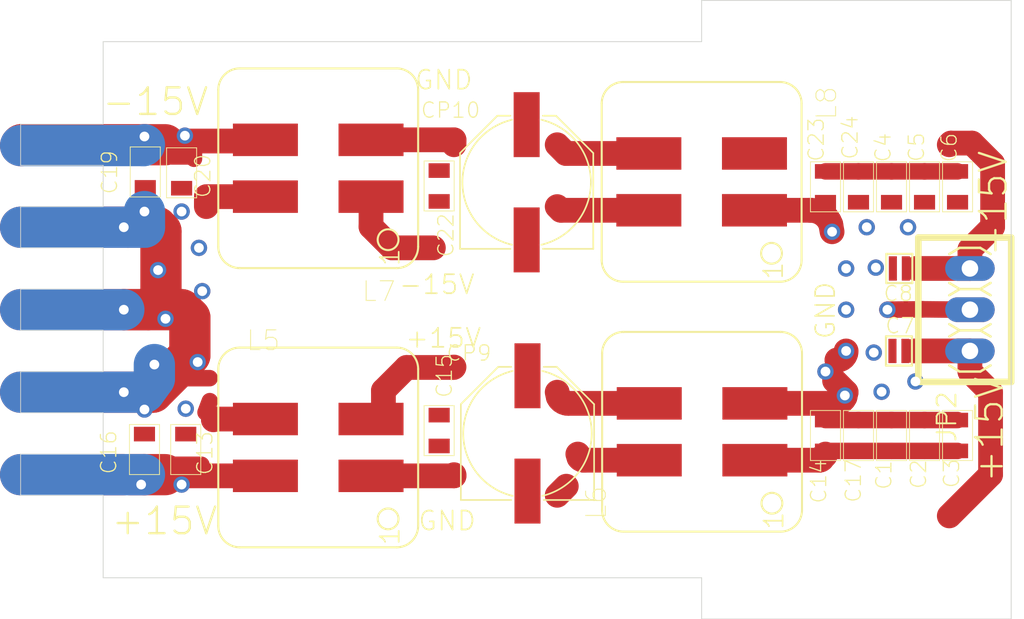
<source format=kicad_pcb>
(kicad_pcb (version 20211014) (generator pcbnew)
  (layers (0 "F.Cu" signal) (31 "B.Cu" signal) (34 "B.Paste" user) (35 "F.Paste" user) (36 "B.SilkS" user "B.Silkscreen") (37 "F.SilkS" user "F.Silkscreen") (38 "B.Mask" user) (39 "F.Mask" user) (44 "Edge.Cuts" user))
  (net 0 "")
  (net 1 "N$6")
  (net 2 "GND2")
  (net 3 "V+2")
  (net 4 "+15V2")
  (net 5 "COM2")
  (net 6 "N$7")
  (net 7 "-15V2")
  (net 8 "N$9")
  (net 9 "N$10")
  (net 10 "N$13")
  (footprint "Dual_filter_common_mode_and_differential:C_MLCC_0805" (layer "F.Cu") (at 175.6791 112.7506 -90)
    (fp_text reference "C3" (at 1.367 0.3684 90) (layer "F.SilkS") (effects (font (size 0.941222 0.941222) (thickness 0.074778)) (justify right)))
    (fp_text value "22uF" hide)
    (fp_line (start -1.54 0.925) (end -1.54 -0.925) (layer "F.SilkS") (width 0.05))
    (fp_line (start 1.54 -0.925) (end 1.54 0.925) (layer "F.SilkS") (width 0.05))
    (fp_line (start -1.54 -0.925) (end 1.54 -0.925) (layer "F.SilkS") (width 0.05))
    (fp_line (start 1.54 0.925) (end -1.54 0.925) (layer "F.SilkS") (width 0.05))
    (pad "P$1" smd rect (at -0.95 0 270) (size 0.9 1.3) (layers "F.Cu" "F.Paste" "F.Mask") (net 2 "GND2"))
    (pad "P$2" smd rect (at 0.95 0 270) (size 0.9 1.3) (layers "F.Cu" "F.Paste" "F.Mask") (net 3 "V+2"))
  )
  (footprint "Dual_filter_common_mode_and_differential:C_MLCC_0306" (layer "F.Cu") (at 172.0723 107.5436)
    (fp_text reference "C7" (at -0.9 -1) (layer "F.SilkS") (effects (font (size 0.93472 0.93472) (thickness 0.08128)) (justify left bottom)))
    (fp_text value "22nF" hide)
    (fp_line (start -0.8 0.9) (end 0.8 0.9) (layer "F.SilkS") (width 0.127))
    (fp_line (start 0.8 0.9) (end 0.8 -0.9) (layer "F.SilkS") (width 0.127))
    (fp_line (start -0.8 -0.9) (end -0.8 0.9) (layer "F.SilkS") (width 0.127))
    (fp_line (start 0.8 -0.9) (end -0.8 -0.9) (layer "F.SilkS") (width 0.127))
    (pad "P$1" smd rect (at -0.4 0) (size 0.5 1.5) (layers "F.Cu" "F.Paste" "F.Mask") (net 2 "GND2"))
    (pad "P$2" smd rect (at 0.4 0) (size 0.5 1.5) (layers "F.Cu" "F.Paste" "F.Mask") (net 3 "V+2"))
  )
  (footprint "Dual_filter_common_mode_and_differential:C_MLCC_0805" (layer "F.Cu") (at 128.1811 113.6142 -90)
    (fp_text reference "C13" (at -1.1936 -1.1778 90) (layer "F.SilkS") (effects (font (size 0.941222 0.941222) (thickness 0.074778)) (justify right)))
    (fp_text value "1uF" hide)
    (fp_line (start 1.54 -0.925) (end 1.54 0.925) (layer "F.SilkS") (width 0.05))
    (fp_line (start -1.54 -0.925) (end 1.54 -0.925) (layer "F.SilkS") (width 0.05))
    (fp_line (start -1.54 0.925) (end -1.54 -0.925) (layer "F.SilkS") (width 0.05))
    (fp_line (start 1.54 0.925) (end -1.54 0.925) (layer "F.SilkS") (width 0.05))
    (pad "P$1" smd rect (at -0.95 0 270) (size 0.9 1.3) (layers "F.Cu" "F.Paste" "F.Mask") (net 5 "COM2"))
    (pad "P$2" smd rect (at 0.95 0 270) (size 0.9 1.3) (layers "F.Cu" "F.Paste" "F.Mask") (net 4 "+15V2"))
  )
  (footprint "Dual_filter_common_mode_and_differential:PANASONIC_F" (layer "F.Cu") (at 149.1615 97.155 90)
    (fp_text reference "CP10" (at 4.4404 -2.7966) (layer "F.SilkS") (effects (font (size 0.941222 0.941222) (thickness 0.074778)) (justify right)))
    (fp_text value "")
    (fp_line (start -4.1 -4.1) (end 1.8 -4.1) (layer "F.SilkS") (width 0.1016))
    (fp_line (start 4.1 1) (end 4.1 1.8) (layer "F.SilkS") (width 0.1016))
    (fp_line (start 1.8 4.1) (end -4.1 4.1) (layer "F.SilkS") (width 0.1016))
    (fp_line (start 4.1 1.8) (end 1.8 4.1) (layer "F.SilkS") (width 0.1016))
    (fp_line (start 4.1 -1.8) (end 4.1 -1) (layer "F.SilkS") (width 0.1016))
    (fp_line (start 1.8 -4.1) (end 4.1 -1.8) (layer "F.SilkS") (width 0.1016))
    (fp_line (start -4.1 -1) (end -4.1 -4.1) (layer "F.SilkS") (width 0.1016))
    (fp_line (start -4.1 4.1) (end -4.1 1) (layer "F.SilkS") (width 0.1016))
    (fp_arc (start -3.85 -0.9) (mid 0 -3.953796) (end 3.85 -0.9) (layer "F.SilkS") (width 0.1016))
    (fp_arc (start 3.85 0.9) (mid 0 3.953796) (end -3.85 0.9) (layer "F.SilkS") (width 0.1016))
    (pad "+" smd rect (at 3.55 0 90) (size 4 1.6) (layers "F.Cu" "F.Paste" "F.Mask") (net 8 "N$9"))
    (pad "-" smd rect (at -3.55 0 90) (size 4 1.6) (layers "F.Cu" "F.Paste" "F.Mask") (net 9 "N$10"))
  )
  (footprint "Dual_filter_common_mode_and_differential:C_MLCC_0306" (layer "F.Cu") (at 172.0977 102.4636 180)
    (fp_text reference "C8" (at -0.9 -1 180) (layer "F.SilkS") (effects (font (size 0.93472 0.93472) (thickness 0.08128)) (justify right top)))
    (fp_text value "22nF" hide)
    (fp_line (start 0.8 -0.9) (end -0.8 -0.9) (layer "F.SilkS") (width 0.127))
    (fp_line (start 0.8 0.9) (end 0.8 -0.9) (layer "F.SilkS") (width 0.127))
    (fp_line (start -0.8 -0.9) (end -0.8 0.9) (layer "F.SilkS") (width 0.127))
    (fp_line (start -0.8 0.9) (end 0.8 0.9) (layer "F.SilkS") (width 0.127))
    (pad "P$1" smd rect (at -0.4 0 180) (size 0.5 1.5) (layers "F.Cu" "F.Paste" "F.Mask") (net 10 "N$13"))
    (pad "P$2" smd rect (at 0.4 0 180) (size 0.5 1.5) (layers "F.Cu" "F.Paste" "F.Mask") (net 2 "GND2"))
  )
  (footprint "Dual_filter_common_mode_and_differential:COILCRAFT_TRANSFORMER_MSD1260" (layer "F.Cu") (at 136.3345 113.4872 -90)
    (fp_text reference "L5" (at -6.5888 4.4886) (layer "F.SilkS") (effects (font (size 1.21112 1.21112) (thickness 0.05888)) (justify left)))
    (fp_text value "1mH" hide)
    (fp_text user "1" (at 6.1 -5.1 -90) (layer "F.SilkS") (effects (font (size 1.1684 1.1684) (thickness 0.1016)) (justify left bottom)))
    (fp_line (start 4.829015 6.15) (end -4.829015 6.15) (layer "F.SilkS") (width 0.127))
    (fp_line (start -6.15 4.829015) (end -6.15 -4.829015) (layer "F.SilkS") (width 0.127))
    (fp_line (start -4.829015 -6.15) (end 4.829015 -6.15) (layer "F.SilkS") (width 0.127))
    (fp_line (start 6.15 -4.829015) (end 6.15 4.829015) (layer "F.SilkS") (width 0.127))
    (fp_arc (start 4.829015 -6.15) (mid 5.763093 -5.763091) (end 6.15 -4.829013) (layer "F.SilkS") (width 0.127))
    (fp_arc (start -6.15 -4.829015) (mid -5.763091 -5.763093) (end -4.829013 -6.15) (layer "F.SilkS") (width 0.127))
    (fp_arc (start -4.829015 6.15) (mid -5.763093 5.763091) (end -6.15 4.829013) (layer "F.SilkS") (width 0.127))
    (fp_arc (start 6.15 4.829015) (mid 5.763091 5.763093) (end 4.829013 6.15) (layer "F.SilkS") (width 0.127))
    (fp_circle (center 4.4 -4.3) (end 5.040309 -4.3) (layer "F.SilkS") (width 0.127) (fill none))
    (pad "P$1" smd rect (at 1.75 -3.25) (size 4 2) (layers "F.Cu" "F.Paste" "F.Mask") (net 6 "N$7"))
    (pad "P$2" smd rect (at -1.75 -3.25) (size 4 2) (layers "F.Cu" "F.Paste" "F.Mask") (net 1 "N$6"))
    (pad "P$3" smd rect (at -1.75 3.25) (size 4 2) (layers "F.Cu" "F.Paste" "F.Mask") (net 5 "COM2"))
    (pad "P$4" smd rect (at 1.75 3.25) (size 4 2) (layers "F.Cu" "F.Paste" "F.Mask") (net 4 "+15V2"))
  )
  (footprint "Dual_filter_common_mode_and_differential:C_MLCC_0805" (layer "F.Cu") (at 173.6471 97.4344 -90)
    (fp_text reference "C5" (at -3.4082 0.4954 90) (layer "F.SilkS") (effects (font (size 0.941222 0.941222) (thickness 0.074778)) (justify right)))
    (fp_text value "22uF" hide)
    (fp_line (start 1.54 -0.925) (end 1.54 0.925) (layer "F.SilkS") (width 0.05))
    (fp_line (start -1.54 -0.925) (end 1.54 -0.925) (layer "F.SilkS") (width 0.05))
    (fp_line (start 1.54 0.925) (end -1.54 0.925) (layer "F.SilkS") (width 0.05))
    (fp_line (start -1.54 0.925) (end -1.54 -0.925) (layer "F.SilkS") (width 0.05))
    (pad "P$1" smd rect (at -0.95 0 270) (size 0.9 1.3) (layers "F.Cu" "F.Paste" "F.Mask") (net 10 "N$13"))
    (pad "P$2" smd rect (at 0.95 0 270) (size 0.9 1.3) (layers "F.Cu" "F.Paste" "F.Mask") (net 2 "GND2"))
  )
  (footprint "Dual_filter_common_mode_and_differential:COILCRAFT_TRANSFORMER_MSD1260" (layer "F.Cu") (at 159.9311 97.1296 -90)
    (fp_text reference "L8" (at -3.741 -7.686 90) (layer "F.SilkS") (effects (font (size 1.21112 1.21112) (thickness 0.05888)) (justify left)))
    (fp_text value "1mH" hide)
    (fp_text user "1" (at 6.1 -5.1 -90) (layer "F.SilkS") (effects (font (size 1.1684 1.1684) (thickness 0.1016)) (justify left bottom)))
    (fp_line (start -6.15 4.829015) (end -6.15 -4.829015) (layer "F.SilkS") (width 0.127))
    (fp_line (start 6.15 -4.829015) (end 6.15 4.829015) (layer "F.SilkS") (width 0.127))
    (fp_line (start 4.829015 6.15) (end -4.829015 6.15) (layer "F.SilkS") (width 0.127))
    (fp_line (start -4.829015 -6.15) (end 4.829015 -6.15) (layer "F.SilkS") (width 0.127))
    (fp_arc (start 4.829015 -6.15) (mid 5.763093 -5.763091) (end 6.15 -4.829013) (layer "F.SilkS") (width 0.127))
    (fp_arc (start -4.829015 6.15) (mid -5.763093 5.763091) (end -6.15 4.829013) (layer "F.SilkS") (width 0.127))
    (fp_arc (start 6.15 4.829015) (mid 5.763091 5.763093) (end 4.829013 6.15) (layer "F.SilkS") (width 0.127))
    (fp_arc (start -6.15 -4.829015) (mid -5.763091 -5.763093) (end -4.829013 -6.15) (layer "F.SilkS") (width 0.127))
    (fp_circle (center 4.4 -4.3) (end 5.040309 -4.3) (layer "F.SilkS") (width 0.127) (fill none))
    (pad "P$1" smd rect (at 1.75 -3.25) (size 4 2) (layers "F.Cu" "F.Paste" "F.Mask") (net 2 "GND2"))
    (pad "P$2" smd rect (at -1.75 -3.25) (size 4 2) (layers "F.Cu" "F.Paste" "F.Mask") (net 10 "N$13"))
    (pad "P$3" smd rect (at -1.75 3.25) (size 4 2) (layers "F.Cu" "F.Paste" "F.Mask") (net 8 "N$9"))
    (pad "P$4" smd rect (at 1.75 3.25) (size 4 2) (layers "F.Cu" "F.Paste" "F.Mask") (net 9 "N$10"))
  )
  (footprint "Dual_filter_common_mode_and_differential:C_MLCC_0805" (layer "F.Cu") (at 169.5831 112.7506 -90)
    (fp_text reference "C17" (at 1.367 0.3176 90) (layer "F.SilkS") (effects (font (size 0.941222 0.941222) (thickness 0.074778)) (justify right)))
    (fp_text value "22uF" hide)
    (fp_line (start 1.54 0.925) (end -1.54 0.925) (layer "F.SilkS") (width 0.05))
    (fp_line (start 1.54 -0.925) (end 1.54 0.925) (layer "F.SilkS") (width 0.05))
    (fp_line (start -1.54 -0.925) (end 1.54 -0.925) (layer "F.SilkS") (width 0.05))
    (fp_line (start -1.54 0.925) (end -1.54 -0.925) (layer "F.SilkS") (width 0.05))
    (pad "P$1" smd rect (at -0.95 0 270) (size 0.9 1.3) (layers "F.Cu" "F.Paste" "F.Mask") (net 2 "GND2"))
    (pad "P$2" smd rect (at 0.95 0 270) (size 0.9 1.3) (layers "F.Cu" "F.Paste" "F.Mask") (net 3 "V+2"))
  )
  (footprint "Dual_filter_common_mode_and_differential:COILCRAFT_TRANSFORMER_MSD1260" (layer "F.Cu") (at 136.3345 96.2914 -90)
    (fp_text reference "L7" (at 7.5844 -2.6234) (layer "F.SilkS") (effects (font (size 1.21112 1.21112) (thickness 0.05888)) (justify left)))
    (fp_text value "1mH" hide)
    (fp_text user "1" (at 6.1 -5.1 -90) (layer "F.SilkS") (effects (font (size 1.1684 1.1684) (thickness 0.1016)) (justify left bottom)))
    (fp_line (start -6.15 4.829015) (end -6.15 -4.829015) (layer "F.SilkS") (width 0.127))
    (fp_line (start -4.829015 -6.15) (end 4.829015 -6.15) (layer "F.SilkS") (width 0.127))
    (fp_line (start 6.15 -4.829015) (end 6.15 4.829015) (layer "F.SilkS") (width 0.127))
    (fp_line (start 4.829015 6.15) (end -4.829015 6.15) (layer "F.SilkS") (width 0.127))
    (fp_arc (start 6.15 4.829015) (mid 5.763091 5.763093) (end 4.829013 6.15) (layer "F.SilkS") (width 0.127))
    (fp_arc (start -6.15 -4.829015) (mid -5.763091 -5.763093) (end -4.829013 -6.15) (layer "F.SilkS") (width 0.127))
    (fp_arc (start -4.829015 6.15) (mid -5.763093 5.763091) (end -6.15 4.829013) (layer "F.SilkS") (width 0.127))
    (fp_arc (start 4.829015 -6.15) (mid 5.763093 -5.763091) (end 6.15 -4.829013) (layer "F.SilkS") (width 0.127))
    (fp_circle (center 4.4 -4.3) (end 5.040309 -4.3) (layer "F.SilkS") (width 0.127) (fill none))
    (pad "P$1" smd rect (at 1.75 -3.25) (size 4 2) (layers "F.Cu" "F.Paste" "F.Mask") (net 9 "N$10"))
    (pad "P$2" smd rect (at -1.75 -3.25) (size 4 2) (layers "F.Cu" "F.Paste" "F.Mask") (net 8 "N$9"))
    (pad "P$3" smd rect (at -1.75 3.25) (size 4 2) (layers "F.Cu" "F.Paste" "F.Mask") (net 7 "-15V2"))
    (pad "P$4" smd rect (at 1.75 3.25) (size 4 2) (layers "F.Cu" "F.Paste" "F.Mask") (net 5 "COM2"))
  )
  (footprint "Dual_filter_common_mode_and_differential:C_MLCC_0805" (layer "F.Cu") (at 167.5511 97.4344 -90)
    (fp_text reference "C23" (at -4.3226 0.5716 90) (layer "F.SilkS") (effects (font (size 0.941222 0.941222) (thickness 0.074778)) (justify right)))
    (fp_text value "1uF" hide)
    (fp_line (start -1.54 -0.925) (end 1.54 -0.925) (layer "F.SilkS") (width 0.05))
    (fp_line (start 1.54 0.925) (end -1.54 0.925) (layer "F.SilkS") (width 0.05))
    (fp_line (start 1.54 -0.925) (end 1.54 0.925) (layer "F.SilkS") (width 0.05))
    (fp_line (start -1.54 0.925) (end -1.54 -0.925) (layer "F.SilkS") (width 0.05))
    (pad "P$1" smd rect (at -0.95 0 270) (size 0.9 1.3) (layers "F.Cu" "F.Paste" "F.Mask") (net 10 "N$13"))
    (pad "P$2" smd rect (at 0.95 0 270) (size 0.9 1.3) (layers "F.Cu" "F.Paste" "F.Mask") (net 2 "GND2"))
  )
  (footprint "Dual_filter_common_mode_and_differential:C_MLCC_0805" (layer "F.Cu") (at 167.5511 112.7506 -90)
    (fp_text reference "C14" (at 1.4178 0.4192 90) (layer "F.SilkS") (effects (font (size 0.941222 0.941222) (thickness 0.074778)) (justify right)))
    (fp_text value "1uF" hide)
    (fp_line (start 1.54 0.925) (end -1.54 0.925) (layer "F.SilkS") (width 0.05))
    (fp_line (start -1.54 0.925) (end -1.54 -0.925) (layer "F.SilkS") (width 0.05))
    (fp_line (start -1.54 -0.925) (end 1.54 -0.925) (layer "F.SilkS") (width 0.05))
    (fp_line (start 1.54 -0.925) (end 1.54 0.925) (layer "F.SilkS") (width 0.05))
    (pad "P$1" smd rect (at -0.95 0 270) (size 0.9 1.3) (layers "F.Cu" "F.Paste" "F.Mask") (net 2 "GND2"))
    (pad "P$2" smd rect (at 0.95 0 270) (size 0.9 1.3) (layers "F.Cu" "F.Paste" "F.Mask") (net 3 "V+2"))
  )
  (footprint "Dual_filter_common_mode_and_differential:C_MLCC_0805" (layer "F.Cu") (at 127.9271 96.5708 -90)
    (fp_text reference "C20" (at -1.219 -1.3048 90) (layer "F.SilkS") (effects (font (size 0.941222 0.941222) (thickness 0.074778)) (justify right)))
    (fp_text value "1uF" hide)
    (fp_line (start -1.54 0.925) (end -1.54 -0.925) (layer "F.SilkS") (width 0.05))
    (fp_line (start 1.54 -0.925) (end 1.54 0.925) (layer "F.SilkS") (width 0.05))
    (fp_line (start -1.54 -0.925) (end 1.54 -0.925) (layer "F.SilkS") (width 0.05))
    (fp_line (start 1.54 0.925) (end -1.54 0.925) (layer "F.SilkS") (width 0.05))
    (pad "P$1" smd rect (at -0.95 0 270) (size 0.9 1.3) (layers "F.Cu" "F.Paste" "F.Mask") (net 7 "-15V2"))
    (pad "P$2" smd rect (at 0.95 0 270) (size 0.9 1.3) (layers "F.Cu" "F.Paste" "F.Mask") (net 5 "COM2"))
  )
  (footprint "Dual_filter_common_mode_and_differential:COILCRAFT_TRANSFORMER_MSD1260" (layer "F.Cu") (at 159.9565 112.522 -90)
    (fp_text reference "L6" (at 5.4792 6.5126 90) (layer "F.SilkS") (effects (font (size 1.21112 1.21112) (thickness 0.05888)) (justify left)))
    (fp_text value "1mH" hide)
    (fp_text user "1" (at 6.1 -5.1 -90) (layer "F.SilkS") (effects (font (size 1.1684 1.1684) (thickness 0.1016)) (justify left bottom)))
    (fp_line (start 4.829015 6.15) (end -4.829015 6.15) (layer "F.SilkS") (width 0.127))
    (fp_line (start -4.829015 -6.15) (end 4.829015 -6.15) (layer "F.SilkS") (width 0.127))
    (fp_line (start -6.15 4.829015) (end -6.15 -4.829015) (layer "F.SilkS") (width 0.127))
    (fp_line (start 6.15 -4.829015) (end 6.15 4.829015) (layer "F.SilkS") (width 0.127))
    (fp_arc (start 6.15 4.829015) (mid 5.763091 5.763093) (end 4.829013 6.15) (layer "F.SilkS") (width 0.127))
    (fp_arc (start 4.829015 -6.15) (mid 5.763093 -5.763091) (end 6.15 -4.829013) (layer "F.SilkS") (width 0.127))
    (fp_arc (start -4.829015 6.15) (mid -5.763093 5.763091) (end -6.15 4.829013) (layer "F.SilkS") (width 0.127))
    (fp_arc (start -6.15 -4.829015) (mid -5.763091 -5.763093) (end -4.829013 -6.15) (layer "F.SilkS") (width 0.127))
    (fp_circle (center 4.4 -4.3) (end 5.040309 -4.3) (layer "F.SilkS") (width 0.127) (fill none))
    (pad "P$1" smd rect (at 1.75 -3.25) (size 4 2) (layers "F.Cu" "F.Paste" "F.Mask") (net 3 "V+2"))
    (pad "P$2" smd rect (at -1.75 -3.25) (size 4 2) (layers "F.Cu" "F.Paste" "F.Mask") (net 2 "GND2"))
    (pad "P$3" smd rect (at -1.75 3.25) (size 4 2) (layers "F.Cu" "F.Paste" "F.Mask") (net 1 "N$6"))
    (pad "P$4" smd rect (at 1.75 3.25) (size 4 2) (layers "F.Cu" "F.Paste" "F.Mask") (net 6 "N$7"))
  )
  (footprint "Dual_filter_common_mode_and_differential:PANASONIC_F" (layer "F.Cu") (at 149.2123 112.6236 90)
    (fp_text reference "CP9" (at 4.9484 -2.1616) (layer "F.SilkS") (effects (font (size 0.941222 0.941222) (thickness 0.074778)) (justify right)))
    (fp_text value "")
    (fp_line (start 4.1 1.8) (end 1.8 4.1) (layer "F.SilkS") (width 0.1016))
    (fp_line (start -4.1 -1) (end -4.1 -4.1) (layer "F.SilkS") (width 0.1016))
    (fp_line (start -4.1 4.1) (end -4.1 1) (layer "F.SilkS") (width 0.1016))
    (fp_line (start -4.1 -4.1) (end 1.8 -4.1) (layer "F.SilkS") (width 0.1016))
    (fp_line (start 4.1 1) (end 4.1 1.8) (layer "F.SilkS") (width 0.1016))
    (fp_line (start 4.1 -1.8) (end 4.1 -1) (layer "F.SilkS") (width 0.1016))
    (fp_line (start 1.8 -4.1) (end 4.1 -1.8) (layer "F.SilkS") (width 0.1016))
    (fp_line (start 1.8 4.1) (end -4.1 4.1) (layer "F.SilkS") (width 0.1016))
    (fp_arc (start 3.85 0.9) (mid 0 3.953796) (end -3.85 0.9) (layer "F.SilkS") (width 0.1016))
    (fp_arc (start -3.85 -0.9) (mid 0 -3.953796) (end 3.85 -0.9) (layer "F.SilkS") (width 0.1016))
    (pad "+" smd rect (at 3.55 0 90) (size 4 1.6) (layers "F.Cu" "F.Paste" "F.Mask") (net 1 "N$6"))
    (pad "-" smd rect (at -3.55 0 90) (size 4 1.6) (layers "F.Cu" "F.Paste" "F.Mask") (net 6 "N$7"))
  )
  (footprint "Dual_filter_common_mode_and_differential:C_MLCC_0805" (layer "F.Cu") (at 175.6791 97.4344 -90)
    (fp_text reference "C6" (at -3.3828 0.5208 90) (layer "F.SilkS") (effects (font (size 0.941222 0.941222) (thickness 0.074778)) (justify right)))
    (fp_text value "22uF" hide)
    (fp_line (start 1.54 -0.925) (end 1.54 0.925) (layer "F.SilkS") (width 0.05))
    (fp_line (start -1.54 0.925) (end -1.54 -0.925) (layer "F.SilkS") (width 0.05))
    (fp_line (start -1.54 -0.925) (end 1.54 -0.925) (layer "F.SilkS") (width 0.05))
    (fp_line (start 1.54 0.925) (end -1.54 0.925) (layer "F.SilkS") (width 0.05))
    (pad "P$1" smd rect (at -0.95 0 270) (size 0.9 1.3) (layers "F.Cu" "F.Paste" "F.Mask") (net 10 "N$13"))
    (pad "P$2" smd rect (at 0.95 0 270) (size 0.9 1.3) (layers "F.Cu" "F.Paste" "F.Mask") (net 2 "GND2"))
  )
  (footprint "Dual_filter_common_mode_and_differential:C_MLCC_0805" (layer "F.Cu") (at 125.6411 113.6142 -90)
    (fp_text reference "C16" (at -1.2444 2.2004 90) (layer "F.SilkS") (effects (font (size 0.941222 0.941222) (thickness 0.074778)) (justify right)))
    (fp_text value "22uF" hide)
    (fp_line (start 1.54 -0.925) (end 1.54 0.925) (layer "F.SilkS") (width 0.05))
    (fp_line (start -1.54 -0.925) (end 1.54 -0.925) (layer "F.SilkS") (width 0.05))
    (fp_line (start -1.54 0.925) (end -1.54 -0.925) (layer "F.SilkS") (width 0.05))
    (fp_line (start 1.54 0.925) (end -1.54 0.925) (layer "F.SilkS") (width 0.05))
    (pad "P$1" smd rect (at -0.95 0 270) (size 0.9 1.3) (layers "F.Cu" "F.Paste" "F.Mask") (net 5 "COM2"))
    (pad "P$2" smd rect (at 0.95 0 270) (size 0.9 1.3) (layers "F.Cu" "F.Paste" "F.Mask") (net 4 "+15V2"))
  )
  (footprint "Dual_filter_common_mode_and_differential:C_MLCC_0805" (layer "F.Cu") (at 169.5831 97.4344 -90)
    (fp_text reference "C24" (at -4.4496 0.5208 90) (layer "F.SilkS") (effects (font (size 0.941222 0.941222) (thickness 0.074778)) (justify right)))
    (fp_text value "22uF" hide)
    (fp_line (start 1.54 0.925) (end -1.54 0.925) (layer "F.SilkS") (width 0.05))
    (fp_line (start 1.54 -0.925) (end 1.54 0.925) (layer "F.SilkS") (width 0.05))
    (fp_line (start -1.54 -0.925) (end 1.54 -0.925) (layer "F.SilkS") (width 0.05))
    (fp_line (start -1.54 0.925) (end -1.54 -0.925) (layer "F.SilkS") (width 0.05))
    (pad "P$1" smd rect (at -0.95 0 270) (size 0.9 1.3) (layers "F.Cu" "F.Paste" "F.Mask") (net 10 "N$13"))
    (pad "P$2" smd rect (at 0.95 0 270) (size 0.9 1.3) (layers "F.Cu" "F.Paste" "F.Mask") (net 2 "GND2"))
  )
  (footprint "" (layer "F.Cu") (at 163.7411 121.5136)
    (fp_text reference "@HOLE1" hide)
    (fp_text value "" (at 0 0) (layer "F.SilkS") (effects (font (size 1.27 1.27))))
    (pad "" np_thru_hole circle (at 0 0) (size 3.175 3.175) (drill 3.175) (layers *.Cu *.Mask))
  )
  (footprint "Dual_filter_common_mode_and_differential:C_MLCC_0805" (layer "F.Cu") (at 171.6151 112.7506 -90)
    (fp_text reference "C1" (at 1.4686 0.47 90) (layer "F.SilkS") (effects (font (size 0.941222 0.941222) (thickness 0.074778)) (justify right)))
    (fp_text value "22uF" hide)
    (fp_line (start -1.54 -0.925) (end 1.54 -0.925) (layer "F.SilkS") (width 0.05))
    (fp_line (start 1.54 0.925) (end -1.54 0.925) (layer "F.SilkS") (width 0.05))
    (fp_line (start -1.54 0.925) (end -1.54 -0.925) (layer "F.SilkS") (width 0.05))
    (fp_line (start 1.54 -0.925) (end 1.54 0.925) (layer "F.SilkS") (width 0.05))
    (pad "P$1" smd rect (at -0.95 0 270) (size 0.9 1.3) (layers "F.Cu" "F.Paste" "F.Mask") (net 2 "GND2"))
    (pad "P$2" smd rect (at 0.95 0 270) (size 0.9 1.3) (layers "F.Cu" "F.Paste" "F.Mask") (net 3 "V+2"))
  )
  (footprint "Dual_filter_common_mode_and_differential:C_MLCC_0805" (layer "F.Cu") (at 125.6919 96.52 -90)
    (fp_text reference "C19" (at -1.3968 2.2004 90) (layer "F.SilkS") (effects (font (size 0.941222 0.941222) (thickness 0.074778)) (justify right)))
    (fp_text value "22uF" hide)
    (fp_line (start -1.54 0.925) (end -1.54 -0.925) (layer "F.SilkS") (width 0.05))
    (fp_line (start 1.54 0.925) (end -1.54 0.925) (layer "F.SilkS") (width 0.05))
    (fp_line (start -1.54 -0.925) (end 1.54 -0.925) (layer "F.SilkS") (width 0.05))
    (fp_line (start 1.54 -0.925) (end 1.54 0.925) (layer "F.SilkS") (width 0.05))
    (pad "P$1" smd rect (at -0.95 0 270) (size 0.9 1.3) (layers "F.Cu" "F.Paste" "F.Mask") (net 7 "-15V2"))
    (pad "P$2" smd rect (at 0.95 0 270) (size 0.9 1.3) (layers "F.Cu" "F.Paste" "F.Mask") (net 5 "COM2"))
  )
  (footprint "Dual_filter_common_mode_and_differential:C_MLCC_0805" (layer "F.Cu") (at 173.6471 112.7506 -90)
    (fp_text reference "C2" (at 1.4178 0.3684 90) (layer "F.SilkS") (effects (font (size 0.941222 0.941222) (thickness 0.074778)) (justify right)))
    (fp_text value "22uF" hide)
    (fp_line (start 1.54 0.925) (end -1.54 0.925) (layer "F.SilkS") (width 0.05))
    (fp_line (start -1.54 -0.925) (end 1.54 -0.925) (layer "F.SilkS") (width 0.05))
    (fp_line (start -1.54 0.925) (end -1.54 -0.925) (layer "F.SilkS") (width 0.05))
    (fp_line (start 1.54 -0.925) (end 1.54 0.925) (layer "F.SilkS") (width 0.05))
    (pad "P$1" smd rect (at -0.95 0 270) (size 0.9 1.3) (layers "F.Cu" "F.Paste" "F.Mask") (net 2 "GND2"))
    (pad "P$2" smd rect (at 0.95 0 270) (size 0.9 1.3) (layers "F.Cu" "F.Paste" "F.Mask") (net 3 "V+2"))
  )
  (footprint "" (layer "F.Cu") (at 163.7411 88.4936)
    (fp_text reference "@HOLE0" hide)
    (fp_text value "" (at 0 0) (layer "F.SilkS") (effects (font (size 1.27 1.27))))
    (pad "" np_thru_hole circle (at 0 0) (size 3.175 3.175) (drill 3.175) (layers *.Cu *.Mask))
  )
  (footprint "Dual_filter_common_mode_and_differential:C_MLCC_0805" (layer "F.Cu") (at 171.6151 97.4344 -90)
    (fp_text reference "C4" (at -3.3828 0.5208 90) (layer "F.SilkS") (effects (font (size 0.941222 0.941222) (thickness 0.074778)) (justify right)))
    (fp_text value "22uF" hide)
    (fp_line (start -1.54 0.925) (end -1.54 -0.925) (layer "F.SilkS") (width 0.05))
    (fp_line (start -1.54 -0.925) (end 1.54 -0.925) (layer "F.SilkS") (width 0.05))
    (fp_line (start 1.54 0.925) (end -1.54 0.925) (layer "F.SilkS") (width 0.05))
    (fp_line (start 1.54 -0.925) (end 1.54 0.925) (layer "F.SilkS") (width 0.05))
    (pad "P$1" smd rect (at -0.95 0 270) (size 0.9 1.3) (layers "F.Cu" "F.Paste" "F.Mask") (net 10 "N$13"))
    (pad "P$2" smd rect (at 0.95 0 270) (size 0.9 1.3) (layers "F.Cu" "F.Paste" "F.Mask") (net 2 "GND2"))
  )
  (footprint "Dual_filter_common_mode_and_differential:1X03" (layer "F.Cu") (at 176.4411 105.0036 90)
    (fp_text reference "JP2" (at -8.2296 -1.4224 90) (layer "F.SilkS") (effects (font (size 1.1557 1.1557) (thickness 0.1143)) (justify left)))
    (fp_text value "")
    (fp_line (start 3.429 -1.27) (end 3.81 -0.635) (layer "F.SilkS") (width 0.1524))
    (fp_line (start -1.27 0.635) (end -1.651 1.27) (layer "F.SilkS") (width 0.1524))
    (fp_line (start 3.81 -0.635) (end 3.81 0.635) (layer "F.SilkS") (width 0.1524))
    (fp_line (start 1.27 0.635) (end 0.889 1.27) (layer "F.SilkS") (width 0.1524))
    (fp_line (start -3.81 0.635) (end -3.429 1.27) (layer "F.SilkS") (width 0.1524))
    (fp_line (start 0.889 -1.27) (end 1.27 -0.635) (layer "F.SilkS") (width 0.1524))
    (fp_line (start -1.27 -0.635) (end -1.27 0.635) (layer "F.SilkS") (width 0.1524))
    (fp_line (start 1.651 1.27) (end 1.27 0.635) (layer "F.SilkS") (width 0.1524))
    (fp_line (start -1.651 -1.27) (end -1.27 -0.635) (layer "F.SilkS") (width 0.1524))
    (fp_line (start -0.889 1.27) (end -1.27 0.635) (layer "F.SilkS") (width 0.1524))
    (fp_line (start -3.429 -1.27) (end -3.81 -0.635) (layer "F.SilkS") (width 0.1524))
    (fp_line (start -3.81 -0.635) (end -3.81 0.635) (layer "F.SilkS") (width 0.1524))
    (fp_line (start 1.27 -0.635) (end 1.651 -1.27) (layer "F.SilkS") (width 0.1524))
    (fp_line (start 3.81 0.635) (end 3.429 1.27) (layer "F.SilkS") (width 0.1524))
    (fp_line (start -1.27 -0.635) (end -0.889 -1.27) (layer "F.SilkS") (width 0.1524))
    (fp_line (start 1.27 -0.635) (end 1.27 0.635) (layer "F.SilkS") (width 0.1524))
    (pad "1" thru_hole oval (at -2.54 0 180) (size 3.048 1.524) (drill 1.016) (layers *.Cu *.Mask) (net 3 "V+2"))
    (pad "2" thru_hole oval (at 0 0 180) (size 3.048 1.524) (drill 1.016) (layers *.Cu *.Mask) (net 2 "GND2"))
    (pad "3" thru_hole oval (at 2.54 0 180) (size 3.048 1.524) (drill 1.016) (layers *.Cu *.Mask) (net 10 "N$13"))
  )
  (footprint "Dual_filter_common_mode_and_differential:C_MLCC_0805" (layer "F.Cu") (at 143.7767 112.4458 90)
    (fp_text reference "C15" (at 1.9512 0.3176 90) (layer "F.SilkS") (effects (font (size 0.941222 0.941222) (thickness 0.074778)) (justify left)))
    (fp_text value "1uF" hide)
    (fp_line (start -1.54 0.925) (end -1.54 -0.925) (layer "F.SilkS") (width 0.05))
    (fp_line (start 1.54 0.925) (end -1.54 0.925) (layer "F.SilkS") (width 0.05))
    (fp_line (start 1.54 -0.925) (end 1.54 0.925) (layer "F.SilkS") (width 0.05))
    (fp_line (start -1.54 -0.925) (end 1.54 -0.925) (layer "F.SilkS") (width 0.05))
    (pad "P$1" smd rect (at -0.95 0 90) (size 0.9 1.3) (layers "F.Cu" "F.Paste" "F.Mask") (net 6 "N$7"))
    (pad "P$2" smd rect (at 0.95 0 90) (size 0.9 1.3) (layers "F.Cu" "F.Paste" "F.Mask") (net 1 "N$6"))
  )
  (footprint "Dual_filter_common_mode_and_differential:C_MLCC_0805" (layer "F.Cu") (at 143.7767 97.3836 90)
    (fp_text reference "C22" (at -4.4496 0.4192 90) (layer "F.SilkS") (effects (font (size 0.941222 0.941222) (thickness 0.074778)) (justify left)))
    (fp_text value "1uF" hide)
    (fp_line (start -1.54 -0.925) (end 1.54 -0.925) (layer "F.SilkS") (width 0.05))
    (fp_line (start 1.54 0.925) (end -1.54 0.925) (layer "F.SilkS") (width 0.05))
    (fp_line (start 1.54 -0.925) (end 1.54 0.925) (layer "F.SilkS") (width 0.05))
    (fp_line (start -1.54 0.925) (end -1.54 -0.925) (layer "F.SilkS") (width 0.05))
    (pad "P$1" smd rect (at -0.95 0 90) (size 0.9 1.3) (layers "F.Cu" "F.Paste" "F.Mask") (net 9 "N$10"))
    (pad "P$2" smd rect (at 0.95 0 90) (size 0.9 1.3) (layers "F.Cu" "F.Paste" "F.Mask") (net 8 "N$9"))
  )
  (gr_line (start 173.2661 109.4486) (end 173.2661 100.5586) (layer "F.SilkS") (width 0.4064))
  (gr_line (start 178.9811 109.4486) (end 173.2661 109.4486) (layer "F.SilkS") (width 0.4064))
  (gr_line (start 178.9811 100.5586) (end 178.9811 109.4486) (layer "F.SilkS") (width 0.4064))
  (gr_line (start 173.2661 100.5586) (end 178.9811 100.5586) (layer "F.SilkS") (width 0.4064))
  (gr_line (start 159.9311 121.5136) (end 159.9311 124.0536) (layer "Edge.Cuts") (width 0.05))
  (gr_line (start 159.9311 85.9536) (end 178.9811 85.9536) (layer "Edge.Cuts") (width 0.05))
  (gr_line (start 123.1011 88.4936) (end 159.9311 88.4936) (layer "Edge.Cuts") (width 0.05))
  (gr_line (start 118.0211 108.8136) (end 118.0211 111.3536) (layer "Edge.Cuts") (width 0.05))
  (gr_line (start 123.1011 96.1136) (end 118.0211 96.1136) (layer "Edge.Cuts") (width 0.05))
  (gr_line (start 123.1011 103.7336) (end 123.1011 101.1936) (layer "Edge.Cuts") (width 0.05))
  (gr_line (start 118.0211 98.6536) (end 123.1011 98.6536) (layer "Edge.Cuts") (width 0.05))
  (gr_line (start 159.9311 124.0536) (end 178.9811 124.0536) (layer "Edge.Cuts") (width 0.05))
  (gr_line (start 123.1011 108.8136) (end 118.0211 108.8136) (layer "Edge.Cuts") (width 0.05))
  (gr_line (start 118.0211 103.7336) (end 118.0211 106.2736) (layer "Edge.Cuts") (width 0.05))
  (gr_line (start 118.0211 93.5736) (end 123.1011 93.5736) (layer "Edge.Cuts") (width 0.05))
  (gr_line (start 123.1011 113.8936) (end 118.0211 113.8936) (layer "Edge.Cuts") (width 0.05))
  (gr_line (start 123.1011 121.5136) (end 159.9311 121.5136) (layer "Edge.Cuts") (width 0.05))
  (gr_line (start 123.1011 116.4336) (end 123.1011 121.5136) (layer "Edge.Cuts") (width 0.05))
  (gr_line (start 123.1011 93.5736) (end 123.1011 88.4936) (layer "Edge.Cuts") (width 0.05))
  (gr_line (start 123.1011 101.1936) (end 118.0211 101.1936) (layer "Edge.Cuts") (width 0.05))
  (gr_line (start 123.1011 106.2736) (end 123.1011 108.8136) (layer "Edge.Cuts") (width 0.05))
  (gr_line (start 118.0211 111.3536) (end 123.1011 111.3536) (layer "Edge.Cuts") (width 0.05))
  (gr_line (start 118.0211 103.7336) (end 123.1011 103.7336) (layer "Edge.Cuts") (width 0.05))
  (gr_line (start 159.9311 88.4936) (end 159.9311 85.9536) (layer "Edge.Cuts") (width 0.05))
  (gr_line (start 118.0211 106.2736) (end 123.1011 106.2736) (layer "Edge.Cuts") (width 0.05))
  (gr_line (start 118.0211 116.4336) (end 123.1011 116.4336) (layer "Edge.Cuts") (width 0.05))
  (gr_line (start 118.0211 101.1936) (end 118.0211 98.6536) (layer "Edge.Cuts") (width 0.05))
  (gr_line (start 118.0211 113.8936) (end 118.0211 116.4336) (layer "Edge.Cuts") (width 0.05))
  (gr_line (start 118.0211 96.1136) (end 118.0211 93.5736) (layer "Edge.Cuts") (width 0.05))
  (gr_line (start 123.1011 98.6536) (end 123.1011 96.1136) (layer "Edge.Cuts") (width 0.05))
  (gr_line (start 123.1011 111.3536) (end 123.1011 113.8936) (layer "Edge.Cuts") (width 0.05))
  (gr_line (start 178.9811 124.0536) (end 178.9811 85.9536) (layer "Edge.Cuts") (width 0.05))
  (gr_text "GND" (at 146.1135 117.3226) (layer "F.SilkS") (effects (font (size 1.1684 1.1684) (thickness 0.1016)) (justify right top)))
  (gr_text "GND" (at 145.9103 90.17) (layer "F.SilkS") (effects (font (size 1.1684 1.1684) (thickness 0.1016)) (justify right top)))
  (gr_text "+15V" (at 178.6001 115.7478 90) (layer "F.SilkS") (effects (font (size 1.63576 1.63576) (thickness 0.14224)) (justify left bottom)))
  (gr_text "-15V" (at 129.6797 91.2368) (layer "F.SilkS") (effects (font (size 1.63576 1.63576) (thickness 0.14224)) (justify right top)))
  (gr_text "+15V" (at 146.4437 106.0704) (layer "F.SilkS") (effects (font (size 1.1684 1.1684) (thickness 0.1016)) (justify right top)))
  (gr_text "-15V" (at 146.0373 102.7684) (layer "F.SilkS") (effects (font (size 1.1684 1.1684) (thickness 0.1016)) (justify right top)))
  (gr_text "-15V" (at 176.9237 95.0976 90) (layer "F.SilkS") (effects (font (size 1.63576 1.63576) (thickness 0.14224)) (justify right top)))
  (gr_text "+15V" (at 123.5075 118.9736) (layer "F.SilkS") (effects (font (size 1.63576 1.63576) (thickness 0.14224)) (justify left bottom)))
  (gr_text "GND" (at 166.8653 103.2002 90) (layer "F.SilkS") (effects (font (size 1.1684 1.1684) (thickness 0.1016)) (justify right top)))
  (segment (start 151.7295 110.772) (end 151.576317 110.75474) (width 1.524) (layer "F.Cu") (net 1))
  (segment (start 144.6657 108.5596) (end 144.6911 108.5342) (width 1.524) (layer "F.Cu") (net 1))
  (segment (start 140.3477 109.982) (end 141.7701 108.5596) (width 1.524) (layer "F.Cu") (net 1))
  (segment (start 140.3477 111.633) (end 140.3477 109.982) (width 1.524) (layer "F.Cu") (net 1))
  (segment (start 151.430814 110.703827) (end 151.30029 110.621813) (width 1.524) (layer "F.Cu") (net 1))
  (segment (start 156.7065 110.772) (end 151.7295 110.772) (width 1.524) (layer "F.Cu") (net 1))
  (segment (start 151.191287 110.51281) (end 151.109273 110.382286) (width 1.524) (layer "F.Cu") (net 1))
  (segment (start 139.5845 111.7372) (end 140.3477 111.633) (width 1.524) (layer "F.Cu") (net 1))
  (segment (start 151.30029 110.621813) (end 151.191287 110.51281) (width 1.524) (layer "F.Cu") (net 1))
  (segment (start 151.576317 110.75474) (end 151.430814 110.703827) (width 1.524) (layer "F.Cu") (net 1))
  (segment (start 151.109273 110.382286) (end 151.0411 110.0836) (width 1.524) (layer "F.Cu") (net 1))
  (segment (start 149.2123 109.0736) (end 149.1869 108.1532) (width 1.016) (layer "F.Cu") (net 1))
  (segment (start 151.7295 110.772) (end 151.7295 110.772) (width 1.524) (layer "F.Cu") (net 1))
  (segment (start 141.7701 108.5596) (end 144.6657 108.5596) (width 1.524) (layer "F.Cu") (net 1))
  (segment (start 167.086729 98.959411) (end 167.2958 99.056902) (width 1.524) (layer "F.Cu") (net 2))
  (segment (start 168.56191 110.621813) (end 168.670913 110.51281) (width 1.524) (layer "F.Cu") (net 2))
  (segment (start 168.1111 109.3736) (end 168.8211 110.0836) (width 1.524) (layer "F.Cu") (net 2))
  (segment (start 176.0347 105.0036) (end 173.5201 104.9782) (width 1.016) (layer "F.Cu") (net 2))
  (segment (start 166.863906 98.899705) (end 167.086729 98.959411) (width 1.524) (layer "F.Cu") (net 2))
  (segment (start 167.5511 98.1844) (end 167.5511 98.6536) (width 0.254) (layer "F.Cu") (net 2))
  (segment (start 167.5511 111.8006) (end 169.5831 111.8006) (width 1.016) (layer "F.Cu") (net 2))
  (segment (start 168.5411 108.028574) (end 168.65708 107.93958) (width 1.524) (layer "F.Cu") (net 2))
  (segment (start 168.1327 110.772) (end 168.285883 110.75474) (width 1.524) (layer "F.Cu") (net 2))
  (segment (start 173.5201 104.9782) (end 171.3611 105.0036) (width 1.016) (layer "F.Cu") (net 2))
  (segment (start 163.1811 98.8796) (end 166.6341 98.8796) (width 1.524) (layer "F.Cu") (net 2))
  (segment (start 168.746074 107.8236) (end 168.802018 107.688539) (width 1.524) (layer "F.Cu") (net 2))
  (segment (start 168.1327 110.772) (end 168.1327 110.772) (width 1.524) (layer "F.Cu") (net 2))
  (segment (start 167.877689 99.750371) (end 167.9575 100.203) (width 1.524) (layer "F.Cu") (net 2))
  (segment (start 168.406039 108.084518) (end 168.5411 108.028574) (width 1.524) (layer "F.Cu") (net 2))
  (segment (start 173.6471 111.8006) (end 175.6791 111.8006) (width 1.016) (layer "F.Cu") (net 2))
  (segment (start 168.752927 110.382286) (end 168.8211 110.0836) (width 1.524) (layer "F.Cu") (net 2))
  (segment (start 171.6151 111.8006) (end 173.6471 111.8006) (width 1.016) (layer "F.Cu") (net 2))
  (segment (start 176.2379 105.2068) (end 176.0347 105.0036) (width 1.016) (layer "F.Cu") (net 2))
  (segment (start 168.65708 107.93958) (end 168.746074 107.8236) (width 1.524) (layer "F.Cu") (net 2))
  (segment (start 176.2379 105.2068) (end 176.4411 105.0036) (width 1.016) (layer "F.Cu") (net 2))
  (segment (start 168.802018 107.688539) (end 168.8211 107.5436) (width 1.524) (layer "F.Cu") (net 2))
  (segment (start 168.2611 108.1036) (end 168.406039 108.084518) (width 1.524) (layer "F.Cu") (net 2))
  (segment (start 168.285883 110.75474) (end 168.431386 110.703827) (width 1.524) (layer "F.Cu") (net 2))
  (segment (start 167.484765 99.189217) (end 167.647883 99.352335) (width 1.524) (layer "F.Cu") (net 2))
  (segment (start 167.780198 99.5413) (end 167.877689 99.750371) (width 1.524) (layer "F.Cu") (net 2))
  (segment (start 168.2611 108.1036) (end 168.2611 108.1036) (width 1.524) (layer "F.Cu") (net 2))
  (segment (start 163.2065 110.772) (end 168.1327 110.772) (width 1.524) (layer "F.Cu") (net 2))
  (segment (start 168.431386 110.703827) (end 168.56191 110.621813) (width 1.524) (layer "F.Cu") (net 2))
  (segment (start 167.647883 99.352335) (end 167.780198 99.5413) (width 1.524) (layer "F.Cu") (net 2))
  (segment (start 168.670913 110.51281) (end 168.752927 110.382286) (width 1.524) (layer "F.Cu") (net 2))
  (segment (start 166.6341 98.8796) (end 166.6341 98.8796) (width 1.524) (layer "F.Cu") (net 2))
  (segment (start 169.5831 111.8006) (end 171.6151 111.8006) (width 1.016) (layer "F.Cu") (net 2))
  (segment (start 167.2958 99.056902) (end 167.484765 99.189217) (width 1.524) (layer "F.Cu") (net 2))
  (segment (start 166.6341 98.8796) (end 166.863906 98.899705) (width 1.524) (layer "F.Cu") (net 2))
  (via (at 167.5511 108.8136) (size 1.0064) (drill 0.6) (layers "F.Cu" "B.Cu") (net 2))
  (via (at 167.9575 100.203) (size 1.0064) (drill 0.6) (layers "F.Cu" "B.Cu") (net 2))
  (via (at 171.0055 110.0582) (size 1.0064) (drill 0.6) (layers "F.Cu" "B.Cu") (net 2))
  (via (at 168.8211 107.5436) (size 1.0064) (drill 0.6) (layers "F.Cu" "B.Cu") (net 2))
  (via (at 171.3611 105.0036) (size 1.0064) (drill 0.6) (layers "F.Cu" "B.Cu") (net 2))
  (via (at 170.0911 99.9236) (size 1.0064) (drill 0.6) (layers "F.Cu" "B.Cu") (net 2))
  (via (at 168.8211 102.4636) (size 1.0064) (drill 0.6) (layers "F.Cu" "B.Cu") (net 2))
  (via (at 168.8211 105.0036) (size 1.0064) (drill 0.6) (layers "F.Cu" "B.Cu") (net 2))
  (via (at 168.7449 110.2868) (size 1.0064) (drill 0.6) (layers "F.Cu" "B.Cu") (net 2))
  (via (at 173.0883 109.4232) (size 1.0064) (drill 0.6) (layers "F.Cu" "B.Cu") (net 2))
  (via (at 172.6311 99.9236) (size 1.0064) (drill 0.6) (layers "F.Cu" "B.Cu") (net 2))
  (via (at 170.6499 102.4128) (size 1.0064) (drill 0.6) (layers "F.Cu" "B.Cu") (net 2))
  (via (at 170.5229 107.6452) (size 1.0064) (drill 0.6) (layers "F.Cu" "B.Cu") (net 2))
  (segment (start 167.4711 114.032164) (end 167.529664 113.9736) (width 1.524) (layer "F.Cu") (net 3))
  (segment (start 167.3911 114.0536) (end 167.3911 114.0536) (width 1.524) (layer "F.Cu") (net 3))
  (segment (start 172.4723 107.5436) (end 173.0121 107.5436) (width 0.254) (layer "F.Cu") (net 3))
  (segment (start 176.4411 107.5436) (end 176.4411 108.8136) (width 1.524) (layer "F.Cu") (net 3))
  (segment (start 173.6471 113.7006) (end 175.6791 113.7006) (width 1.016) (layer "F.Cu") (net 3))
  (segment (start 177.7111 110.0836) (end 177.7111 115.1636) (width 1.524) (layer "F.Cu") (net 3))
  (segment (start 169.5831 113.7006) (end 171.6151 113.7006) (width 1.016) (layer "F.Cu") (net 3))
  (segment (start 167.5511 113.7006) (end 169.5831 113.7006) (width 1.016) (layer "F.Cu") (net 3))
  (segment (start 167.3911 114.0536) (end 167.4711 114.032164) (width 1.524) (layer "F.Cu") (net 3))
  (segment (start 176.4411 108.8136) (end 177.7111 110.0836) (width 1.524) (layer "F.Cu") (net 3))
  (segment (start 171.6151 113.7006) (end 173.6471 113.7006) (width 1.016) (layer "F.Cu") (net 3))
  (segment (start 167.529664 113.9736) (end 167.5511 113.8936) (width 1.524) (layer "F.Cu") (net 3))
  (segment (start 167.256278 114.255375) (end 167.327132 114.208032) (width 1.524) (layer "F.Cu") (net 3))
  (segment (start 163.2065 114.272) (end 167.1727 114.272) (width 1.524) (layer "F.Cu") (net 3))
  (segment (start 167.327132 114.208032) (end 167.3911 114.0536) (width 1.524) (layer "F.Cu") (net 3))
  (segment (start 176.4411 107.5436) (end 173.0121 107.5436) (width 1.524) (layer "F.Cu") (net 3))
  (segment (start 167.1727 114.272) (end 167.256278 114.255375) (width 1.524) (layer "F.Cu") (net 3))
  (segment (start 177.7111 115.1636) (end 175.1711 117.7036) (width 1.524) (layer "F.Cu") (net 3))
  (segment (start 167.1727 114.272) (end 167.1727 114.272) (width 1.524) (layer "F.Cu") (net 3))
  (segment (start 121.8311 115.1246) (end 124.3711 115.1636) (width 0.4064) (layer "F.Cu") (net 4))
  (segment (start 124.751365 115.1636) (end 125.6411 115.1636) (width 2.54) (layer "F.Cu") (net 4))
  (segment (start 126.9111 114.6124) (end 125.6411 115.1636) (width 1.016) (layer "F.Cu") (net 4))
  (segment (start 124.3711 115.1636) (end 118.0211 115.1636) (width 2.54) (layer "F.Cu") (net 4))
  (segment (start 125.6411 115.1636) (end 126.9111 115.1636) (width 2.54) (layer "F.Cu") (net 4))
  (segment (start 122.836034 115.1246) (end 121.0691 115.1246) (width 1.016) (layer "F.Cu") (net 4))
  (segment (start 127.0381 114.9706) (end 127.0381 115.1246) (width 0.508) (layer "F.Cu") (net 4))
  (segment (start 125.6411 115.1636) (end 125.4379 115.1636) (width 1.016) (layer "F.Cu") (net 4))
  (segment (start 133.0845 115.2372) (end 127.4191 115.2372) (width 1.524) (layer "F.Cu") (net 4))
  (segment (start 127.3683 114.554) (end 127.3683 115.6656) (width 1.016) (layer "F.Cu") (net 4))
  (segment (start 124.751365 115.1636) (end 122.836034 115.1246) (width 1.016) (layer "F.Cu") (net 4))
  (segment (start 122.836034 115.1246) (end 121.8311 115.1246) (width 0.4064) (layer "F.Cu") (net 4))
  (segment (start 126.7841 114.9706) (end 126.7841 115.1246) (width 0.508) (layer "F.Cu") (net 4))
  (segment (start 126.9111 115.1636) (end 127.4191 115.1636) (width 0.508) (layer "F.Cu") (net 4))
  (segment (start 126.7841 115.1246) (end 124.751365 115.1636) (width 1.016) (layer "F.Cu") (net 4))
  (segment (start 126.9111 114.554) (end 126.9111 114.6124) (width 0.4064) (layer "F.Cu") (net 4))
  (segment (start 128.1811 114.5642) (end 126.7841 114.9706) (width 0.508) (layer "F.Cu") (net 4))
  (segment (start 125.6411 114.5642) (end 127.0381 114.9706) (width 0.508) (layer "F.Cu") (net 4))
  (segment (start 125.4379 115.1636) (end 125.4379 115.7732) (width 1.016) (layer "F.Cu") (net 4))
  (segment (start 127.0381 115.1246) (end 126.7841 115.1246) (width 1.016) (layer "F.Cu") (net 4))
  (segment (start 127.4191 115.2372) (end 127.4191 115.1636) (width 1.524) (layer "F.Cu") (net 4))
  (segment (start 127.3683 114.554) (end 126.9111 114.554) (width 0.4064) (layer "F.Cu") (net 4))
  (segment (start 121.0691 115.1246) (end 121.0691 115.1636) (width 1.016) (layer "F.Cu") (net 4))
  (segment (start 129.1463 114.554) (end 127.3683 114.554) (width 1.016) (layer "F.Cu") (net 4))
  (via (at 125.4379 115.7732) (size 1.0064) (drill 0.6) (layers "F.Cu" "B.Cu") (net 4))
  (via (at 127.9271 115.7732) (size 1.0064) (drill 0.6) (layers "F.Cu" "B.Cu") (net 4))
  (segment (start 125.6411 115.1636) (end 118.0211 115.1636) (width 2.54) (layer "B.Cu") (net 4))
  (segment (start 124.3711 105.0036) (end 127.9271 105.0036) (width 2.54) (layer "F.Cu") (net 5))
  (segment (start 129.6543 109.22) (end 128.0227 109.22) (width 1.016) (layer "F.Cu") (net 5))
  (segment (start 133.0845 98.0414) (end 129.4511 98.0414) (width 1.524) (layer "F.Cu") (net 5))
  (segment (start 126.6571 104.2416) (end 125.8951 105.0036) (width 2.54) (layer "F.Cu") (net 5))
  (segment (start 129.4511 98.0414) (end 129.4511 98.6536) (width 1.524) (layer "F.Cu") (net 5))
  (segment (start 125.1331 99.9236) (end 124.6251 99.9236) (width 1.524) (layer "F.Cu") (net 5))
  (segment (start 125.8951 105.0036) (end 124.3711 105.0036) (width 2.54) (layer "F.Cu") (net 5))
  (segment (start 124.6251 99.9236) (end 126.4031 99.9236) (width 2.54) (layer "F.Cu") (net 5))
  (segment (start 133.0845 111.7372) (end 129.8829 111.7372) (width 1.524) (layer "F.Cu") (net 5))
  (segment (start 118.0211 110.0836) (end 126.1491 110.0836) (width 2.54) (layer "F.Cu") (net 5))
  (segment (start 128.4351 105.5116) (end 128.4351 107.7976) (width 2.54) (layer "F.Cu") (net 5))
  (segment (start 126.6571 100.1776) (end 126.6571 104.2416) (width 2.54) (layer "F.Cu") (net 5))
  (segment (start 128.4351 107.7976) (end 126.1491 110.0836) (width 2.54) (layer "F.Cu") (net 5))
  (segment (start 124.3711 105.0036) (end 118.0211 105.0036) (width 2.54) (layer "F.Cu") (net 5))
  (segment (start 129.4003 111.3282) (end 129.6619 110.6348) (width 1.016) (layer "F.Cu") (net 5))
  (segment (start 125.6411 98.9584) (end 125.6411 97.5208) (width 0.508) (layer "F.Cu") (net 5))
  (segment (start 126.4031 99.9236) (end 126.6571 100.1776) (width 2.54) (layer "F.Cu") (net 5))
  (segment (start 127.9271 105.0036) (end 128.4351 105.5116) (width 2.54) (layer "F.Cu") (net 5))
  (segment (start 129.8829 111.7372) (end 129.8829 111.7854) (width 1.524) (layer "F.Cu") (net 5))
  (segment (start 124.6251 99.9236) (end 118.0211 99.9236) (width 2.54) (layer "F.Cu") (net 5))
  (via (at 128.1811 111.0996) (size 1.0064) (drill 0.6) (layers "F.Cu" "B.Cu") (net 5))
  (via (at 126.4793 102.5652) (size 1.0064) (drill 0.6) (layers "F.Cu" "B.Cu") (net 5))
  (via (at 126.9365 105.5624) (size 1.0064) (drill 0.6) (layers "F.Cu" "B.Cu") (net 5))
  (via (at 124.3711 110.0836) (size 1.0064) (drill 0.6) (layers "F.Cu" "B.Cu") (net 5))
  (via (at 128.9939 101.1936) (size 1.0064) (drill 0.6) (layers "F.Cu" "B.Cu") (net 5))
  (via (at 128.9177 108.2294) (size 1.0064) (drill 0.6) (layers "F.Cu" "B.Cu") (net 5))
  (via (at 126.2507 108.3818) (size 1.0064) (drill 0.6) (layers "F.Cu" "B.Cu") (net 5))
  (via (at 125.6411 98.9584) (size 1.0064) (drill 0.6) (layers "F.Cu" "B.Cu") (net 5))
  (via (at 129.1971 103.8606) (size 1.0064) (drill 0.6) (layers "F.Cu" "B.Cu") (net 5))
  (via (at 124.3711 99.9236) (size 1.0064) (drill 0.6) (layers "F.Cu" "B.Cu") (net 5))
  (via (at 125.6411 111.1504) (size 1.0064) (drill 0.6) (layers "F.Cu" "B.Cu") (net 5))
  (via (at 124.3711 105.0036) (size 1.0064) (drill 0.6) (layers "F.Cu" "B.Cu") (net 5))
  (via (at 127.9271 98.9584) (size 1.0064) (drill 0.6) (layers "F.Cu" "B.Cu") (net 5))
  (segment (start 125.6411 110.0836) (end 118.0211 110.0836) (width 2.54) (layer "B.Cu") (net 5))
  (segment (start 125.6411 99.9236) (end 118.0211 99.9236) (width 2.54) (layer "B.Cu") (net 5))
  (segment (start 126.2507 108.3818) (end 126.2507 109.2454) (width 2.54) (layer "B.Cu") (net 5))
  (segment (start 124.3711 105.0036) (end 118.0211 105.0036) (width 2.54) (layer "B.Cu") (net 5))
  (segment (start 125.6411 98.9584) (end 125.6411 99.9236) (width 2.54) (layer "B.Cu") (net 5))
  (segment (start 126.2507 109.2454) (end 125.6411 110.0836) (width 2.54) (layer "B.Cu") (net 5))
  (segment (start 152.6895 114.272) (end 152.6895 114.272) (width 1.524) (layer "F.Cu") (net 6))
  (segment (start 152.383368 114.116018) (end 152.3111 113.8936) (width 1.524) (layer "F.Cu") (net 6))
  (segment (start 151.6011 115.8736) (end 151.0411 116.4336) (width 1.524) (layer "F.Cu") (net 6))
  (segment (start 156.7065 114.272) (end 152.6895 114.272) (width 1.524) (layer "F.Cu") (net 6))
  (segment (start 152.6895 114.272) (end 152.572568 114.25348) (width 1.524) (layer "F.Cu") (net 6))
  (segment (start 139.5845 115.2372) (end 144.6911 115.2372) (width 1.524) (layer "F.Cu") (net 6))
  (segment (start 144.6911 115.2372) (end 144.6911 115.1636) (width 1.524) (layer "F.Cu") (net 6))
  (segment (start 149.2123 116.1736) (end 149.1615 115.2592) (width 1.016) (layer "F.Cu") (net 6))
  (segment (start 152.572568 114.25348) (end 152.467082 114.199732) (width 1.524) (layer "F.Cu") (net 6))
  (segment (start 152.467082 114.199732) (end 152.383368 114.116018) (width 1.524) (layer "F.Cu") (net 6))
  (segment (start 118.0719 94.8436) (end 118.0211 94.8944) (width 2.54) (layer "F.Cu") (net 7))
  (segment (start 125.6411 94.8436) (end 126.9111 94.8436) (width 2.54) (layer "F.Cu") (net 7))
  (segment (start 127.9271 95.4532) (end 127.9271 95.6208) (width 0.254) (layer "F.Cu") (net 7))
  (segment (start 126.472983 95.428201) (end 126.294928 95.406425) (width 0.508) (layer "F.Cu") (net 7))
  (segment (start 126.294928 95.406425) (end 126.124542 95.350332) (width 0.508) (layer "F.Cu") (net 7))
  (segment (start 126.8247 95.3668) (end 126.8247 95.3668) (width 0.508) (layer "F.Cu") (net 7))
  (segment (start 126.124542 95.350332) (end 125.968373 95.262075) (width 0.508) (layer "F.Cu") (net 7))
  (segment (start 128.6891 95.7072) (end 128.6891 95.0976) (width 1.016) (layer "F.Cu") (net 7))
  (segment (start 125.832423 95.145047) (end 125.6411 94.8436) (width 0.508) (layer "F.Cu") (net 7))
  (segment (start 125.6919 95.57) (end 125.6411 95.57) (width 1.016) (layer "F.Cu") (net 7))
  (segment (start 128.596932 94.813935) (end 128.490165 94.707168) (width 1.016) (layer "F.Cu") (net 7))
  (segment (start 128.6891 95.7072) (end 127.9271 95.6208) (width 0.508) (layer "F.Cu") (net 7))
  (segment (start 128.490165 94.707168) (end 128.2065 94.615) (width 1.016) (layer "F.Cu") (net 7))
  (segment (start 128.6891 95.0976) (end 128.66548 94.948468) (width 1.016) (layer "F.Cu") (net 7))
  (segment (start 125.968373 95.262075) (end 125.832423 95.145047) (width 0.508) (layer "F.Cu") (net 7))
  (segment (start 125.6411 94.8436) (end 118.0719 94.8436) (width 2.54) (layer "F.Cu") (net 7))
  (segment (start 128.66548 94.948468) (end 128.596932 94.813935) (width 1.016) (layer "F.Cu") (net 7))
  (segment (start 126.9111 94.8436) (end 127.9779 95.4532) (width 0.508) (layer "F.Cu") (net 7))
  (segment (start 127.9779 95.4532) (end 127.9271 95.4532) (width 0.254) (layer "F.Cu") (net 7))
  (segment (start 128.2065 94.615) (end 132.5739 94.615) (width 1.524) (layer "F.Cu") (net 7))
  (segment (start 126.8247 95.3668) (end 126.651865 95.414821) (width 0.508) (layer "F.Cu") (net 7))
  (segment (start 125.6411 95.57) (end 125.6411 94.8436) (width 1.016) (layer "F.Cu") (net 7))
  (segment (start 118.0719 94.8436) (end 118.0719 94.8436) (width 2.54) (layer "F.Cu") (net 7))
  (segment (start 126.651865 95.414821) (end 126.472983 95.428201) (width 0.508) (layer "F.Cu") (net 7))
  (segment (start 128.6891 95.0976) (end 128.6891 95.0976) (width 1.016) (layer "F.Cu") (net 7))
  (via (at 125.6411 94.3356) (size 1.0064) (drill 0.6) (layers "F.Cu" "B.Cu") (net 7))
  (via (at 128.1303 94.2848) (size 1.0064) (drill 0.6) (layers "F.Cu" "B.Cu") (net 7))
  (segment (start 125.6411 94.3356) (end 125.6411 94.8436) (width 0.254) (layer "B.Cu") (net 7))
  (segment (start 125.5903 94.8944) (end 118.0211 94.8944) (width 2.54) (layer "B.Cu") (net 7))
  (segment (start 125.6411 94.8436) (end 125.5903 94.8944) (width 2.54) (layer "B.Cu") (net 7))
  (segment (start 151.5771 95.3796) (end 151.0411 94.8436) (width 1.524) (layer "F.Cu") (net 8))
  (segment (start 144.6911 94.5414) (end 144.6911 94.8436) (width 1.524) (layer "F.Cu") (net 8))
  (segment (start 156.6811 95.3796) (end 151.5771 95.3796) (width 1.524) (layer "F.Cu") (net 8))
  (segment (start 139.5845 94.5414) (end 144.6911 94.5414) (width 1.524) (layer "F.Cu") (net 8))
  (segment (start 140.8811 101.1936) (end 143.4211 101.1936) (width 1.524) (layer "F.Cu") (net 9))
  (segment (start 156.6811 98.8796) (end 151.2671 98.8796) (width 1.524) (layer "F.Cu") (net 9))
  (segment (start 139.5845 98.0414) (end 139.5845 99.897) (width 1.524) (layer "F.Cu") (net 9))
  (segment (start 139.5845 99.897) (end 140.8811 101.1936) (width 1.524) (layer "F.Cu") (net 9))
  (segment (start 151.2671 98.8796) (end 151.0411 98.6536) (width 1.524) (layer "F.Cu") (net 9))
  (segment (start 176.4411 102.4636) (end 176.4411 101.2952) (width 1.524) (layer "F.Cu") (net 10))
  (segment (start 176.5681 94.742) (end 175.2727 94.742) (width 1.524) (layer "F.Cu") (net 10))
  (segment (start 173.8757 102.489) (end 172.4977 102.4636) (width 0.254) (layer "F.Cu") (net 10))
  (segment (start 173.1137 102.4636) (end 173.8757 102.489) (width 0.254) (layer "F.Cu") (net 10))
  (segment (start 176.4411 102.4636) (end 173.1137 102.4636) (width 1.524) (layer "F.Cu") (net 10))
  (segment (start 176.4411 101.2952) (end 177.8381 99.8982) (width 1.524) (layer "F.Cu") (net 10))
  (segment (start 175.2727 94.742) (end 175.1711 94.8436) (width 1.524) (layer "F.Cu") (net 10))
  (segment (start 177.8381 96.012) (end 176.5681 94.742) (width 1.524) (layer "F.Cu") (net 10))
  (segment (start 171.6151 96.4844) (end 173.6471 96.4844) (width 1.016) (layer "F.Cu") (net 10))
  (segment (start 173.6471 96.4844) (end 175.6791 96.4844) (width 1.016) (layer "F.Cu") (net 10))
  (segment (start 177.8381 99.8982) (end 177.8381 96.012) (width 1.524) (layer "F.Cu") (net 10))
  (segment (start 169.5831 96.4844) (end 171.6151 96.4844) (width 1.016) (layer "F.Cu") (net 10))
  (segment (start 167.5511 96.4844) (end 169.5831 96.4844) (width 1.016) (layer "F.Cu") (net 10))
)
</source>
